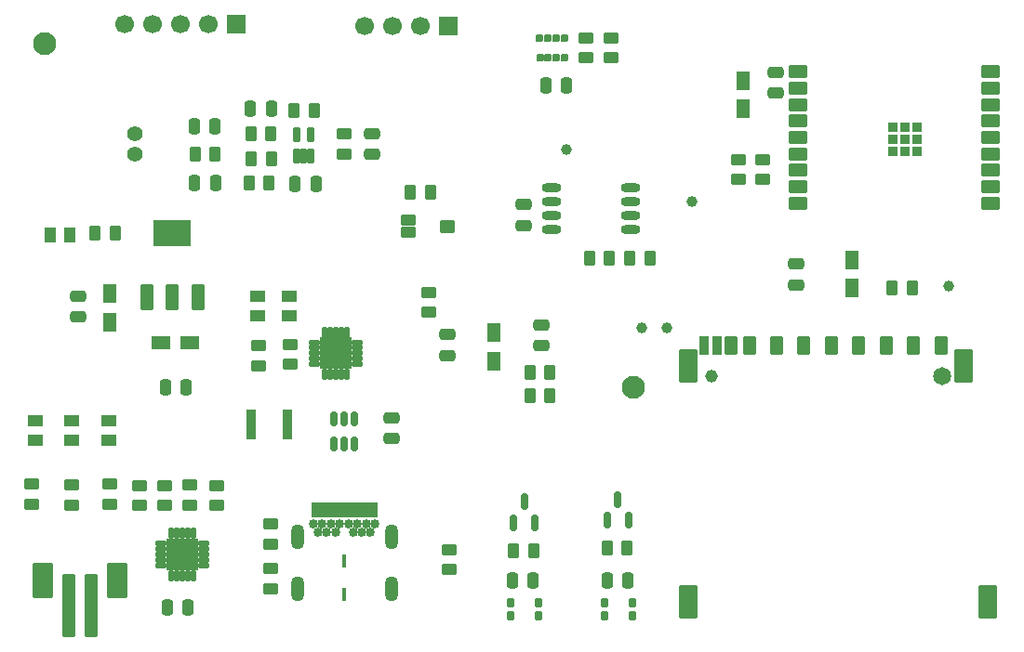
<source format=gbr>
%TF.GenerationSoftware,KiCad,Pcbnew,9.0.4*%
%TF.CreationDate,2025-12-21T22:50:03+05:30*%
%TF.ProjectId,ESP-32 C3 demo project004,4553502d-3332-4204-9333-2064656d6f20,rev?*%
%TF.SameCoordinates,Original*%
%TF.FileFunction,Soldermask,Top*%
%TF.FilePolarity,Negative*%
%FSLAX46Y46*%
G04 Gerber Fmt 4.6, Leading zero omitted, Abs format (unit mm)*
G04 Created by KiCad (PCBNEW 9.0.4) date 2025-12-21 22:50:03*
%MOMM*%
%LPD*%
G01*
G04 APERTURE LIST*
G04 Aperture macros list*
%AMRoundRect*
0 Rectangle with rounded corners*
0 $1 Rounding radius*
0 $2 $3 $4 $5 $6 $7 $8 $9 X,Y pos of 4 corners*
0 Add a 4 corners polygon primitive as box body*
4,1,4,$2,$3,$4,$5,$6,$7,$8,$9,$2,$3,0*
0 Add four circle primitives for the rounded corners*
1,1,$1+$1,$2,$3*
1,1,$1+$1,$4,$5*
1,1,$1+$1,$6,$7*
1,1,$1+$1,$8,$9*
0 Add four rect primitives between the rounded corners*
20,1,$1+$1,$2,$3,$4,$5,0*
20,1,$1+$1,$4,$5,$6,$7,0*
20,1,$1+$1,$6,$7,$8,$9,0*
20,1,$1+$1,$8,$9,$2,$3,0*%
G04 Aperture macros list end*
%ADD10O,1.254000X2.304000*%
%ADD11RoundRect,0.102000X-0.100000X-0.500000X0.100000X-0.500000X0.100000X0.500000X-0.100000X0.500000X0*%
%ADD12C,0.854000*%
%ADD13RoundRect,0.102000X-0.150000X-0.600000X0.150000X-0.600000X0.150000X0.600000X-0.150000X0.600000X0*%
%ADD14RoundRect,0.081750X0.245250X-0.265250X0.245250X0.265250X-0.245250X0.265250X-0.245250X-0.265250X0*%
%ADD15RoundRect,0.250000X0.450000X-0.262500X0.450000X0.262500X-0.450000X0.262500X-0.450000X-0.262500X0*%
%ADD16RoundRect,0.250000X-0.475000X0.250000X-0.475000X-0.250000X0.475000X-0.250000X0.475000X0.250000X0*%
%ADD17RoundRect,0.102000X-0.750000X-0.450000X0.750000X-0.450000X0.750000X0.450000X-0.750000X0.450000X0*%
%ADD18RoundRect,0.102000X-0.350000X-0.350000X0.350000X-0.350000X0.350000X0.350000X-0.350000X0.350000X0*%
%ADD19C,1.000000*%
%ADD20R,1.230000X1.800000*%
%ADD21RoundRect,0.250000X-0.450000X0.262500X-0.450000X-0.262500X0.450000X-0.262500X0.450000X0.262500X0*%
%ADD22RoundRect,0.250000X-0.262500X-0.450000X0.262500X-0.450000X0.262500X0.450000X-0.262500X0.450000X0*%
%ADD23C,2.100000*%
%ADD24RoundRect,0.250000X0.262500X0.450000X-0.262500X0.450000X-0.262500X-0.450000X0.262500X-0.450000X0*%
%ADD25RoundRect,0.150000X0.150000X-0.587500X0.150000X0.587500X-0.150000X0.587500X-0.150000X-0.587500X0*%
%ADD26O,1.804000X0.804000*%
%ADD27R,1.400000X1.000000*%
%ADD28RoundRect,0.250000X0.475000X-0.250000X0.475000X0.250000X-0.475000X0.250000X-0.475000X-0.250000X0*%
%ADD29RoundRect,0.151000X0.151000X-0.546000X0.151000X0.546000X-0.151000X0.546000X-0.151000X-0.546000X0*%
%ADD30RoundRect,0.250000X-0.250000X-0.475000X0.250000X-0.475000X0.250000X0.475000X-0.250000X0.475000X0*%
%ADD31R,1.000000X1.400000*%
%ADD32RoundRect,0.116000X0.116000X-0.406000X0.116000X0.406000X-0.116000X0.406000X-0.116000X-0.406000X0*%
%ADD33RoundRect,0.116000X0.406000X-0.116000X0.406000X0.116000X-0.406000X0.116000X-0.406000X-0.116000X0*%
%ADD34RoundRect,0.102000X1.350000X-1.350000X1.350000X1.350000X-1.350000X1.350000X-1.350000X-1.350000X0*%
%ADD35RoundRect,0.150000X-0.150000X0.512500X-0.150000X-0.512500X0.150000X-0.512500X0.150000X0.512500X0*%
%ADD36RoundRect,0.250000X0.250000X0.475000X-0.250000X0.475000X-0.250000X-0.475000X0.250000X-0.475000X0*%
%ADD37RoundRect,0.102000X-0.500000X-2.750000X0.500000X-2.750000X0.500000X2.750000X-0.500000X2.750000X0*%
%ADD38RoundRect,0.102000X-0.800000X-1.500000X0.800000X-1.500000X0.800000X1.500000X-0.800000X1.500000X0*%
%ADD39C,1.412000*%
%ADD40RoundRect,0.102000X-0.275000X-0.285000X0.275000X-0.285000X0.275000X0.285000X-0.275000X0.285000X0*%
%ADD41R,1.800000X1.230000*%
%ADD42RoundRect,0.102000X-0.550000X-0.400000X0.550000X-0.400000X0.550000X0.400000X-0.550000X0.400000X0*%
%ADD43RoundRect,0.102000X-0.550000X-0.500000X0.550000X-0.500000X0.550000X0.500000X-0.550000X0.500000X0*%
%ADD44R,1.700000X1.700000*%
%ADD45C,1.700000*%
%ADD46RoundRect,0.116000X0.406000X0.116000X-0.406000X0.116000X-0.406000X-0.116000X0.406000X-0.116000X0*%
%ADD47RoundRect,0.116000X0.116000X0.406000X-0.116000X0.406000X-0.116000X-0.406000X0.116000X-0.406000X0*%
%ADD48RoundRect,0.102000X1.350000X1.350000X-1.350000X1.350000X-1.350000X-1.350000X1.350000X-1.350000X0*%
%ADD49R,0.910000X2.810000*%
%ADD50RoundRect,0.102000X0.475000X-1.075000X0.475000X1.075000X-0.475000X1.075000X-0.475000X-1.075000X0*%
%ADD51RoundRect,0.102000X1.625000X-1.075000X1.625000X1.075000X-1.625000X1.075000X-1.625000X-1.075000X0*%
%ADD52C,1.150000*%
%ADD53C,1.650000*%
%ADD54RoundRect,0.102000X-0.500000X-0.750000X0.500000X-0.750000X0.500000X0.750000X-0.500000X0.750000X0*%
%ADD55RoundRect,0.102000X-0.350000X-0.750000X0.350000X-0.750000X0.350000X0.750000X-0.350000X0.750000X0*%
%ADD56RoundRect,0.102000X-0.750000X-1.400000X0.750000X-1.400000X0.750000X1.400000X-0.750000X1.400000X0*%
G04 APERTURE END LIST*
D10*
%TO.C,J1*%
X175974000Y-96012000D03*
X167434000Y-96012000D03*
X175974000Y-91282000D03*
X167434000Y-91282000D03*
D11*
X171704000Y-96562000D03*
X171704000Y-93462000D03*
D12*
X169704000Y-90132000D03*
X173704000Y-90132000D03*
X168904000Y-90132000D03*
X169304000Y-90842000D03*
X170104000Y-90842000D03*
X170504000Y-90132000D03*
X170904000Y-90842000D03*
X171304000Y-90132000D03*
X172104000Y-90132000D03*
X172504000Y-90842000D03*
X172904000Y-90132000D03*
X173304000Y-90842000D03*
X174104000Y-90842000D03*
X174504000Y-90132000D03*
D13*
X174454000Y-88882000D03*
X173954000Y-88882000D03*
X173454000Y-88882000D03*
X172954000Y-88882000D03*
X172454000Y-88882000D03*
X171954000Y-88882000D03*
X171454000Y-88882000D03*
X170954000Y-88882000D03*
X170454000Y-88882000D03*
X169954000Y-88882000D03*
X169454000Y-88882000D03*
X168954000Y-88882000D03*
%TD*%
D14*
%TO.C,U2*%
X189517000Y-45836000D03*
X190257000Y-45856000D03*
X190987000Y-45856000D03*
X191727000Y-45846000D03*
X191727000Y-47616000D03*
X191007000Y-47626000D03*
X190267000Y-47616000D03*
X189527000Y-47616000D03*
%TD*%
D15*
%TO.C,R20*%
X207595500Y-56914000D03*
X207595500Y-58739000D03*
%TD*%
D16*
%TO.C,C8*%
X210980000Y-50840500D03*
X210980000Y-48940500D03*
%TD*%
D17*
%TO.C,U3*%
X213050000Y-48890500D03*
X213050000Y-50390500D03*
X213050000Y-51890500D03*
X213050000Y-53390500D03*
X213050000Y-54890500D03*
X213050000Y-56390500D03*
X213050000Y-57890500D03*
X213050000Y-59390500D03*
X213050000Y-60890500D03*
X230550000Y-60890500D03*
X230550000Y-59390500D03*
X230550000Y-57890500D03*
X230550000Y-56390500D03*
X230550000Y-54890500D03*
X230550000Y-53390500D03*
X230550000Y-51890500D03*
X230550000Y-50390500D03*
X230550000Y-48890500D03*
D18*
X221660000Y-53990500D03*
X222760000Y-53990500D03*
X223860000Y-53990500D03*
X221660000Y-55090500D03*
X222760000Y-55090500D03*
X223860000Y-55090500D03*
X221660000Y-56190500D03*
X222760000Y-56190500D03*
X223860000Y-56190500D03*
%TD*%
D19*
%TO.C,TP1*%
X201041000Y-72263000D03*
%TD*%
%TO.C,TP3*%
X203327000Y-60706000D03*
%TD*%
%TO.C,TP5*%
X191897000Y-56007000D03*
%TD*%
D20*
%TO.C,C7*%
X208060000Y-52310500D03*
X208060000Y-49690500D03*
%TD*%
D19*
%TO.C,TP4*%
X226695000Y-68453000D03*
%TD*%
D21*
%TO.C,R15*%
X209795500Y-58739000D03*
X209795500Y-56914000D03*
%TD*%
D19*
%TO.C,TP2*%
X198755000Y-72263000D03*
%TD*%
D21*
%TO.C,R3*%
X164973000Y-94210500D03*
X164973000Y-96035500D03*
%TD*%
D22*
%TO.C,R34*%
X195627500Y-92350000D03*
X197452500Y-92350000D03*
%TD*%
D20*
%TO.C,C4*%
X150400000Y-69100000D03*
X150400000Y-71720000D03*
%TD*%
D15*
%TO.C,R24*%
X193675000Y-47648500D03*
X193675000Y-45823500D03*
%TD*%
D23*
%TO.C,REF\u002A\u002A*%
X198020000Y-77670000D03*
%TD*%
D24*
%TO.C,R16*%
X199540500Y-65913000D03*
X197715500Y-65913000D03*
%TD*%
D25*
%TO.C,Q2*%
X187130000Y-89997500D03*
X189030000Y-89997500D03*
X188080000Y-88122500D03*
%TD*%
D24*
%TO.C,R29*%
X165082500Y-56810000D03*
X163257500Y-56810000D03*
%TD*%
D26*
%TO.C,U6*%
X197783000Y-59436000D03*
X197783000Y-60706000D03*
X197783000Y-61976000D03*
X197783000Y-63246000D03*
X190583000Y-63246000D03*
X190583000Y-61976000D03*
X190583000Y-60706000D03*
X190583000Y-59436000D03*
%TD*%
D15*
%TO.C,R14*%
X166770000Y-75593500D03*
X166770000Y-73768500D03*
%TD*%
D27*
%TO.C,LED2*%
X146920000Y-82520000D03*
X146920000Y-80720000D03*
%TD*%
D22*
%TO.C,R12*%
X188607500Y-78465000D03*
X190432500Y-78465000D03*
%TD*%
D27*
%TO.C,LED1*%
X143570000Y-82520000D03*
X143570000Y-80720000D03*
%TD*%
D22*
%TO.C,R23*%
X177717500Y-59930000D03*
X179542500Y-59930000D03*
%TD*%
D20*
%TO.C,C12*%
X217900000Y-68650500D03*
X217900000Y-66030500D03*
%TD*%
D28*
%TO.C,C13*%
X212830000Y-68320500D03*
X212830000Y-66420500D03*
%TD*%
D27*
%TO.C,LED6*%
X163830000Y-71131000D03*
X163830000Y-69331000D03*
%TD*%
D28*
%TO.C,C20*%
X174270000Y-56430000D03*
X174270000Y-54530000D03*
%TD*%
D29*
%TO.C,U7*%
X167340000Y-56580000D03*
X167990000Y-56580000D03*
X168640000Y-56580000D03*
X168640000Y-54660000D03*
X167340000Y-54660000D03*
%TD*%
D27*
%TO.C,LED3*%
X150270000Y-82520000D03*
X150270000Y-80720000D03*
%TD*%
D15*
%TO.C,R2*%
X160100000Y-88462500D03*
X160100000Y-86637500D03*
%TD*%
D30*
%TO.C,C6*%
X155590000Y-97720000D03*
X157490000Y-97720000D03*
%TD*%
D24*
%TO.C,R10*%
X150842500Y-63600000D03*
X149017500Y-63600000D03*
%TD*%
D31*
%TO.C,LED4*%
X146760000Y-63800000D03*
X144960000Y-63800000D03*
%TD*%
D32*
%TO.C,U4*%
X169942000Y-76503000D03*
X170442000Y-76503000D03*
X170942000Y-76503000D03*
X171442000Y-76503000D03*
X171942000Y-76503000D03*
D33*
X172877000Y-75568000D03*
X172877000Y-75068000D03*
X172877000Y-74568000D03*
X172877000Y-74068000D03*
X172877000Y-73568000D03*
D32*
X171942000Y-72633000D03*
X171442000Y-72633000D03*
X170942000Y-72633000D03*
X170442000Y-72633000D03*
X169942000Y-72633000D03*
D33*
X169007000Y-73568000D03*
X169007000Y-74068000D03*
X169007000Y-74568000D03*
X169007000Y-75068000D03*
X169007000Y-75568000D03*
D34*
X170942000Y-74568000D03*
%TD*%
D21*
%TO.C,R4*%
X164973000Y-90146500D03*
X164973000Y-91971500D03*
%TD*%
%TO.C,R32*%
X181240000Y-92467500D03*
X181240000Y-94292500D03*
%TD*%
D35*
%TO.C,U5*%
X172654000Y-80523500D03*
X171704000Y-80523500D03*
X170754000Y-80523500D03*
X170754000Y-82798500D03*
X171704000Y-82798500D03*
X172654000Y-82798500D03*
%TD*%
D28*
%TO.C,C11*%
X189650000Y-73895000D03*
X189650000Y-71995000D03*
%TD*%
D36*
%TO.C,C2*%
X157320000Y-77640000D03*
X155420000Y-77640000D03*
%TD*%
D22*
%TO.C,R13*%
X188607500Y-76285000D03*
X190432500Y-76285000D03*
%TD*%
D27*
%TO.C,LED5*%
X166680000Y-71171000D03*
X166680000Y-69371000D03*
%TD*%
D22*
%TO.C,R27*%
X163017500Y-59060000D03*
X164842500Y-59060000D03*
%TD*%
D37*
%TO.C,J2*%
X146640000Y-97530000D03*
X148640000Y-97530000D03*
D38*
X144240000Y-95280000D03*
X151040000Y-95280000D03*
%TD*%
D15*
%TO.C,R31*%
X171730000Y-56392500D03*
X171730000Y-54567500D03*
%TD*%
D23*
%TO.C,REF\u002A\u002A*%
X144420000Y-46320000D03*
%TD*%
D39*
%TO.C,MK1*%
X152638000Y-54549000D03*
X152638000Y-56449000D03*
%TD*%
D22*
%TO.C,R28*%
X158107500Y-56390000D03*
X159932500Y-56390000D03*
%TD*%
D40*
%TO.C,S1*%
X195382500Y-97340000D03*
X197932500Y-97340000D03*
X195382500Y-98500000D03*
X197932500Y-98500000D03*
%TD*%
D24*
%TO.C,R19*%
X223402500Y-68600500D03*
X221577500Y-68600500D03*
%TD*%
D41*
%TO.C,C3*%
X157610000Y-73640000D03*
X154990000Y-73640000D03*
%TD*%
D40*
%TO.C,S2*%
X186815000Y-97340000D03*
X189365000Y-97340000D03*
X186815000Y-98500000D03*
X189365000Y-98500000D03*
%TD*%
D15*
%TO.C,R8*%
X146890000Y-88392500D03*
X146890000Y-86567500D03*
%TD*%
%TO.C,R9*%
X143290000Y-88322500D03*
X143290000Y-86497500D03*
%TD*%
D42*
%TO.C,Q1*%
X177545000Y-62460000D03*
X177545000Y-63560000D03*
D43*
X181055000Y-63010000D03*
%TD*%
D22*
%TO.C,R30*%
X163217500Y-54560000D03*
X165042500Y-54560000D03*
%TD*%
D16*
%TO.C,C5*%
X147480000Y-69370000D03*
X147480000Y-71270000D03*
%TD*%
D30*
%TO.C,C16*%
X158050000Y-53860000D03*
X159950000Y-53860000D03*
%TD*%
D24*
%TO.C,R33*%
X188942500Y-92530000D03*
X187117500Y-92530000D03*
%TD*%
D36*
%TO.C,C19*%
X165080000Y-52280000D03*
X163180000Y-52280000D03*
%TD*%
D44*
%TO.C,J4*%
X181210000Y-44720000D03*
D45*
X178670000Y-44720000D03*
X176130000Y-44720000D03*
X173590000Y-44720000D03*
%TD*%
D15*
%TO.C,R25*%
X195961000Y-47648500D03*
X195961000Y-45823500D03*
%TD*%
D22*
%TO.C,R26*%
X167147500Y-52410000D03*
X168972500Y-52410000D03*
%TD*%
D46*
%TO.C,U1*%
X158875000Y-93920000D03*
X158875000Y-93420000D03*
X158875000Y-92920000D03*
X158875000Y-92420000D03*
X158875000Y-91920000D03*
D47*
X157940000Y-90985000D03*
X157440000Y-90985000D03*
X156940000Y-90985000D03*
X156440000Y-90985000D03*
X155940000Y-90985000D03*
D46*
X155005000Y-91920000D03*
X155005000Y-92420000D03*
X155005000Y-92920000D03*
X155005000Y-93420000D03*
X155005000Y-93920000D03*
D47*
X155940000Y-94855000D03*
X156440000Y-94855000D03*
X156940000Y-94855000D03*
X157440000Y-94855000D03*
X157940000Y-94855000D03*
D48*
X156940000Y-92920000D03*
%TD*%
D15*
%TO.C,R18*%
X163920000Y-75683500D03*
X163920000Y-73858500D03*
%TD*%
D20*
%TO.C,C9*%
X185340000Y-72705000D03*
X185340000Y-75325000D03*
%TD*%
D21*
%TO.C,R11*%
X179360000Y-68992500D03*
X179360000Y-70817500D03*
%TD*%
D15*
%TO.C,R5*%
X153030000Y-88462500D03*
X153030000Y-86637500D03*
%TD*%
D16*
%TO.C,C10*%
X181110000Y-72885000D03*
X181110000Y-74785000D03*
%TD*%
D49*
%TO.C,F1*%
X166497000Y-81026000D03*
X163257000Y-81026000D03*
%TD*%
D15*
%TO.C,R1*%
X157640000Y-88392500D03*
X157640000Y-86567500D03*
%TD*%
D36*
%TO.C,C22*%
X188910000Y-95320000D03*
X187010000Y-95320000D03*
%TD*%
D44*
%TO.C,J5*%
X161840000Y-44580000D03*
D45*
X159300000Y-44580000D03*
X156760000Y-44580000D03*
X154220000Y-44580000D03*
X151680000Y-44580000D03*
%TD*%
D16*
%TO.C,C14*%
X187999000Y-61029000D03*
X187999000Y-62929000D03*
%TD*%
D30*
%TO.C,C15*%
X190058000Y-50165000D03*
X191958000Y-50165000D03*
%TD*%
D50*
%TO.C,VR1*%
X153770000Y-69440000D03*
X156070000Y-69440000D03*
X158370000Y-69440000D03*
D51*
X156070000Y-63640000D03*
%TD*%
D36*
%TO.C,C17*%
X159980000Y-59000000D03*
X158080000Y-59000000D03*
%TD*%
D15*
%TO.C,R6*%
X155370000Y-88462500D03*
X155370000Y-86637500D03*
%TD*%
D52*
%TO.C,J3*%
X205170000Y-76690000D03*
D53*
X226170000Y-76690000D03*
D54*
X223545000Y-73890000D03*
X221045000Y-73890000D03*
X218545000Y-73890000D03*
X216045000Y-73890000D03*
X213545000Y-73890000D03*
X211045000Y-73890000D03*
X208620000Y-73890000D03*
X206920000Y-73890000D03*
X226045000Y-73890000D03*
D55*
X205620000Y-73890000D03*
D56*
X203020000Y-75690000D03*
X228120000Y-75690000D03*
X230320000Y-97190000D03*
X203020000Y-97190000D03*
D55*
X204420000Y-73890000D03*
%TD*%
D28*
%TO.C,C1*%
X176022000Y-82357000D03*
X176022000Y-80457000D03*
%TD*%
D36*
%TO.C,C21*%
X197520000Y-95320000D03*
X195620000Y-95320000D03*
%TD*%
D15*
%TO.C,R7*%
X150360000Y-88322500D03*
X150360000Y-86497500D03*
%TD*%
D30*
%TO.C,C18*%
X167240000Y-59090000D03*
X169140000Y-59090000D03*
%TD*%
D25*
%TO.C,Q3*%
X195680000Y-89787500D03*
X197580000Y-89787500D03*
X196630000Y-87912500D03*
%TD*%
D24*
%TO.C,R22*%
X195857500Y-65913000D03*
X194032500Y-65913000D03*
%TD*%
M02*

</source>
